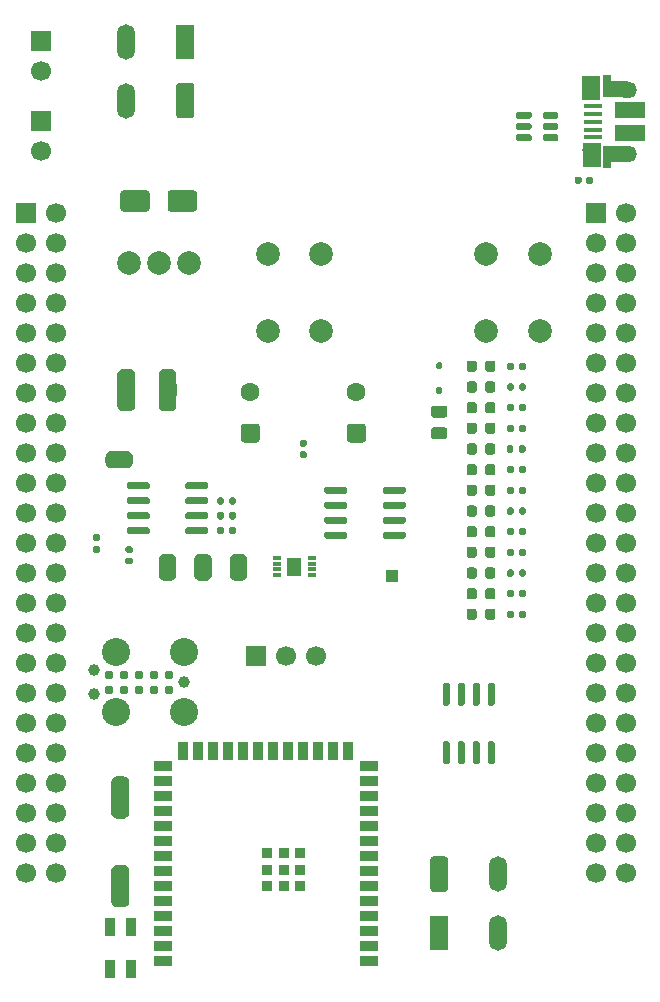
<source format=gts>
G04 #@! TF.GenerationSoftware,KiCad,Pcbnew,9.0.6+1*
G04 #@! TF.CreationDate,2025-11-29T18:55:14+00:00*
G04 #@! TF.ProjectId,com4bbb,636f6d34-6262-4622-9e6b-696361645f70,0.2*
G04 #@! TF.SameCoordinates,Original*
G04 #@! TF.FileFunction,Soldermask,Top*
G04 #@! TF.FilePolarity,Negative*
%FSLAX46Y46*%
G04 Gerber Fmt 4.6, Leading zero omitted, Abs format (unit mm)*
G04 Created by KiCad (PCBNEW 9.0.6+1) date 2025-11-29 18:55:14*
%MOMM*%
%LPD*%
G01*
G04 APERTURE LIST*
%ADD10R,1.700000X1.700000*%
%ADD11C,1.700000*%
%ADD12R,1.500000X3.000000*%
%ADD13O,1.500000X3.000000*%
%ADD14R,1.500000X1.000000*%
%ADD15C,2.000000*%
%ADD16R,0.850000X1.600000*%
%ADD17R,1.500000X0.900000*%
%ADD18R,0.900000X1.500000*%
%ADD19R,0.900000X0.900000*%
%ADD20C,2.374900*%
%ADD21C,0.990600*%
%ADD22C,0.787400*%
%ADD23C,1.600000*%
%ADD24R,1.000000X1.000000*%
%ADD25R,1.650000X0.400000*%
%ADD26R,0.700000X1.825000*%
%ADD27R,1.500000X2.000000*%
%ADD28R,2.000000X1.350000*%
%ADD29O,1.700000X1.350000*%
%ADD30O,1.500000X1.100000*%
%ADD31R,2.500000X1.430000*%
%ADD32R,0.750000X0.300000*%
%ADD33R,1.300000X1.500000*%
G04 APERTURE END LIST*
G36*
X124120100Y-78132400D02*
G01*
X125620100Y-78132400D01*
X125620100Y-76632400D01*
X124120100Y-76632400D01*
X124120100Y-78132400D01*
G37*
G36*
X129120100Y-76632400D02*
G01*
X127620100Y-76632400D01*
X127620100Y-78132400D01*
X129120100Y-78132400D01*
X129120100Y-76632400D01*
G37*
G36*
X123620100Y-120132400D02*
G01*
X125120100Y-120132400D01*
X125120100Y-118632400D01*
X123620100Y-118632400D01*
X123620100Y-120132400D01*
G37*
G36*
X123620100Y-112632400D02*
G01*
X125120100Y-112632400D01*
X125120100Y-111132400D01*
X123620100Y-111132400D01*
X123620100Y-112632400D01*
G37*
G36*
X129120100Y-92232400D02*
G01*
X127620100Y-92232400D01*
X127620100Y-92532400D01*
X129120100Y-92532400D01*
X129120100Y-92232400D01*
G37*
G36*
X135120100Y-92232400D02*
G01*
X133620100Y-92232400D01*
X133620100Y-92532400D01*
X135120100Y-92532400D01*
X135120100Y-92232400D01*
G37*
G36*
X132120100Y-92232400D02*
G01*
X130620100Y-92232400D01*
X130620100Y-92532400D01*
X132120100Y-92532400D01*
X132120100Y-92232400D01*
G37*
G36*
X124120100Y-82532400D02*
G01*
X124420100Y-82532400D01*
X124420100Y-84032400D01*
X124120100Y-84032400D01*
X124120100Y-82532400D01*
G37*
D10*
X164630100Y-62382400D03*
D11*
X167170100Y-62382400D03*
X164630100Y-64922400D03*
X167170100Y-64922400D03*
X164630100Y-67462400D03*
X167170100Y-67462400D03*
X164630100Y-70002400D03*
X167170100Y-70002400D03*
X164630100Y-72542400D03*
X167170100Y-72542400D03*
X164630100Y-75082400D03*
X167170100Y-75082400D03*
X164630100Y-77622400D03*
X167170100Y-77622400D03*
X164630100Y-80162400D03*
X167170100Y-80162400D03*
X164630100Y-82702400D03*
X167170100Y-82702400D03*
X164630100Y-85242400D03*
X167170100Y-85242400D03*
X164630100Y-87782400D03*
X167170100Y-87782400D03*
X164630100Y-90322400D03*
X167170100Y-90322400D03*
X164630100Y-92862400D03*
X167170100Y-92862400D03*
X164630100Y-95402400D03*
X167170100Y-95402400D03*
X164630100Y-97942400D03*
X167170100Y-97942400D03*
X164630100Y-100482400D03*
X167170100Y-100482400D03*
X164630100Y-103022400D03*
X167170100Y-103022400D03*
X164630100Y-105562400D03*
X167170100Y-105562400D03*
X164630100Y-108102400D03*
X167170100Y-108102400D03*
X164630100Y-110642400D03*
X167170100Y-110642400D03*
X164630100Y-113182400D03*
X167170100Y-113182400D03*
X164630100Y-115722400D03*
X167170100Y-115722400D03*
X164630100Y-118262400D03*
X167170100Y-118262400D03*
D10*
X116370100Y-62382400D03*
D11*
X118910100Y-62382400D03*
X116370100Y-64922400D03*
X118910100Y-64922400D03*
X116370100Y-67462400D03*
X118910100Y-67462400D03*
X116370100Y-70002400D03*
X118910100Y-70002400D03*
X116370100Y-72542400D03*
X118910100Y-72542400D03*
X116370100Y-75082400D03*
X118910100Y-75082400D03*
X116370100Y-77622400D03*
X118910100Y-77622400D03*
X116370100Y-80162400D03*
X118910100Y-80162400D03*
X116370100Y-82702400D03*
X118910100Y-82702400D03*
X116370100Y-85242400D03*
X118910100Y-85242400D03*
X116370100Y-87782400D03*
X118910100Y-87782400D03*
X116370100Y-90322400D03*
X118910100Y-90322400D03*
X116370100Y-92862400D03*
X118910100Y-92862400D03*
X116370100Y-95402400D03*
X118910100Y-95402400D03*
X116370100Y-97942400D03*
X118910100Y-97942400D03*
X116370100Y-100482400D03*
X118910100Y-100482400D03*
X116370100Y-103022400D03*
X118910100Y-103022400D03*
X116370100Y-105562400D03*
X118910100Y-105562400D03*
X116370100Y-108102400D03*
X118910100Y-108102400D03*
X116370100Y-110642400D03*
X118910100Y-110642400D03*
X116370100Y-113182400D03*
X118910100Y-113182400D03*
X116370100Y-115722400D03*
X118910100Y-115722400D03*
X116370100Y-118262400D03*
X118910100Y-118262400D03*
G36*
G01*
X124950100Y-90622400D02*
X125290100Y-90622400D01*
G75*
G02*
X125430100Y-90762400I0J-140000D01*
G01*
X125430100Y-91042400D01*
G75*
G02*
X125290100Y-91182400I-140000J0D01*
G01*
X124950100Y-91182400D01*
G75*
G02*
X124810100Y-91042400I0J140000D01*
G01*
X124810100Y-90762400D01*
G75*
G02*
X124950100Y-90622400I140000J0D01*
G01*
G37*
G36*
G01*
X124950100Y-91582400D02*
X125290100Y-91582400D01*
G75*
G02*
X125430100Y-91722400I0J-140000D01*
G01*
X125430100Y-92002400D01*
G75*
G02*
X125290100Y-92142400I-140000J0D01*
G01*
X124950100Y-92142400D01*
G75*
G02*
X124810100Y-92002400I0J140000D01*
G01*
X124810100Y-91722400D01*
G75*
G02*
X124950100Y-91582400I140000J0D01*
G01*
G37*
G36*
G01*
X150620100Y-119632399D02*
X150620100Y-117132401D01*
G75*
G02*
X150870101Y-116882400I250001J0D01*
G01*
X151870099Y-116882400D01*
G75*
G02*
X152120100Y-117132401I0J-250001D01*
G01*
X152120100Y-119632399D01*
G75*
G02*
X151870099Y-119882400I-250001J0D01*
G01*
X150870101Y-119882400D01*
G75*
G02*
X150620100Y-119632399I0J250001D01*
G01*
G37*
D12*
X151370100Y-123382400D03*
D13*
X156370100Y-118382400D03*
X156370100Y-123382400D03*
G36*
X125620100Y-78132400D02*
G01*
X125620100Y-78682400D01*
X125615822Y-78682400D01*
X125615822Y-78747663D01*
X125582040Y-78873742D01*
X125516777Y-78986781D01*
X125424481Y-79079077D01*
X125311442Y-79144340D01*
X125185363Y-79178122D01*
X125120100Y-79178122D01*
X125120100Y-79182400D01*
X124620100Y-79182400D01*
X124620100Y-79178122D01*
X124554837Y-79178122D01*
X124428758Y-79144340D01*
X124315719Y-79079077D01*
X124223423Y-78986781D01*
X124158160Y-78873742D01*
X124124378Y-78747663D01*
X124124378Y-78682400D01*
X124120100Y-78682400D01*
X124120100Y-78132400D01*
X125620100Y-78132400D01*
G37*
D14*
X124870100Y-77382400D03*
G36*
X124124378Y-76082400D02*
G01*
X124124378Y-76017137D01*
X124158160Y-75891058D01*
X124223423Y-75778019D01*
X124315719Y-75685723D01*
X124428758Y-75620460D01*
X124554837Y-75586678D01*
X124620100Y-75586678D01*
X124620100Y-75582400D01*
X125120100Y-75582400D01*
X125120100Y-75586678D01*
X125185363Y-75586678D01*
X125311442Y-75620460D01*
X125424481Y-75685723D01*
X125516777Y-75778019D01*
X125582040Y-75891058D01*
X125615822Y-76017137D01*
X125615822Y-76082400D01*
X125620100Y-76082400D01*
X125620100Y-76632400D01*
X124120100Y-76632400D01*
X124120100Y-76082400D01*
X124124378Y-76082400D01*
G37*
G36*
X127620100Y-76632400D02*
G01*
X127620100Y-76082400D01*
X127624378Y-76082400D01*
X127624378Y-76017137D01*
X127658160Y-75891058D01*
X127723423Y-75778019D01*
X127815719Y-75685723D01*
X127928758Y-75620460D01*
X128054837Y-75586678D01*
X128120100Y-75586678D01*
X128120100Y-75582400D01*
X128620100Y-75582400D01*
X128620100Y-75586678D01*
X128685363Y-75586678D01*
X128811442Y-75620460D01*
X128924481Y-75685723D01*
X129016777Y-75778019D01*
X129082040Y-75891058D01*
X129115822Y-76017137D01*
X129115822Y-76082400D01*
X129120100Y-76082400D01*
X129120100Y-76632400D01*
X127620100Y-76632400D01*
G37*
X128370100Y-77382400D03*
G36*
X129115822Y-78682400D02*
G01*
X129115822Y-78747663D01*
X129082040Y-78873742D01*
X129016777Y-78986781D01*
X128924481Y-79079077D01*
X128811442Y-79144340D01*
X128685363Y-79178122D01*
X128620100Y-79178122D01*
X128620100Y-79182400D01*
X128120100Y-79182400D01*
X128120100Y-79178122D01*
X128054837Y-79178122D01*
X127928758Y-79144340D01*
X127815719Y-79079077D01*
X127723423Y-78986781D01*
X127658160Y-78873742D01*
X127624378Y-78747663D01*
X127624378Y-78682400D01*
X127620100Y-78682400D01*
X127620100Y-78132400D01*
X129120100Y-78132400D01*
X129120100Y-78682400D01*
X129115822Y-78682400D01*
G37*
G36*
X125120100Y-120132400D02*
G01*
X125120100Y-120682400D01*
X125115822Y-120682400D01*
X125115822Y-120747663D01*
X125082040Y-120873742D01*
X125016777Y-120986781D01*
X124924481Y-121079077D01*
X124811442Y-121144340D01*
X124685363Y-121178122D01*
X124620100Y-121178122D01*
X124620100Y-121182400D01*
X124120100Y-121182400D01*
X124120100Y-121178122D01*
X124054837Y-121178122D01*
X123928758Y-121144340D01*
X123815719Y-121079077D01*
X123723423Y-120986781D01*
X123658160Y-120873742D01*
X123624378Y-120747663D01*
X123624378Y-120682400D01*
X123620100Y-120682400D01*
X123620100Y-120132400D01*
X125120100Y-120132400D01*
G37*
X124370100Y-119382400D03*
G36*
X123624378Y-118082400D02*
G01*
X123624378Y-118017137D01*
X123658160Y-117891058D01*
X123723423Y-117778019D01*
X123815719Y-117685723D01*
X123928758Y-117620460D01*
X124054837Y-117586678D01*
X124120100Y-117586678D01*
X124120100Y-117582400D01*
X124620100Y-117582400D01*
X124620100Y-117586678D01*
X124685363Y-117586678D01*
X124811442Y-117620460D01*
X124924481Y-117685723D01*
X125016777Y-117778019D01*
X125082040Y-117891058D01*
X125115822Y-118017137D01*
X125115822Y-118082400D01*
X125120100Y-118082400D01*
X125120100Y-118632400D01*
X123620100Y-118632400D01*
X123620100Y-118082400D01*
X123624378Y-118082400D01*
G37*
G36*
X125120100Y-112632400D02*
G01*
X125120100Y-113182400D01*
X125115822Y-113182400D01*
X125115822Y-113247663D01*
X125082040Y-113373742D01*
X125016777Y-113486781D01*
X124924481Y-113579077D01*
X124811442Y-113644340D01*
X124685363Y-113678122D01*
X124620100Y-113678122D01*
X124620100Y-113682400D01*
X124120100Y-113682400D01*
X124120100Y-113678122D01*
X124054837Y-113678122D01*
X123928758Y-113644340D01*
X123815719Y-113579077D01*
X123723423Y-113486781D01*
X123658160Y-113373742D01*
X123624378Y-113247663D01*
X123624378Y-113182400D01*
X123620100Y-113182400D01*
X123620100Y-112632400D01*
X125120100Y-112632400D01*
G37*
X124370100Y-111882400D03*
G36*
X123624378Y-110582400D02*
G01*
X123624378Y-110517137D01*
X123658160Y-110391058D01*
X123723423Y-110278019D01*
X123815719Y-110185723D01*
X123928758Y-110120460D01*
X124054837Y-110086678D01*
X124120100Y-110086678D01*
X124120100Y-110082400D01*
X124620100Y-110082400D01*
X124620100Y-110086678D01*
X124685363Y-110086678D01*
X124811442Y-110120460D01*
X124924481Y-110185723D01*
X125016777Y-110278019D01*
X125082040Y-110391058D01*
X125115822Y-110517137D01*
X125115822Y-110582400D01*
X125120100Y-110582400D01*
X125120100Y-111132400D01*
X123620100Y-111132400D01*
X123620100Y-110582400D01*
X123624378Y-110582400D01*
G37*
G36*
X127620100Y-92232400D02*
G01*
X127620100Y-91732400D01*
X127624378Y-91732400D01*
X127624378Y-91667137D01*
X127658160Y-91541058D01*
X127723423Y-91428019D01*
X127815719Y-91335723D01*
X127928758Y-91270460D01*
X128054837Y-91236678D01*
X128120100Y-91236678D01*
X128120100Y-91232400D01*
X128620100Y-91232400D01*
X128620100Y-91236678D01*
X128685363Y-91236678D01*
X128811442Y-91270460D01*
X128924481Y-91335723D01*
X129016777Y-91428019D01*
X129082040Y-91541058D01*
X129115822Y-91667137D01*
X129115822Y-91732400D01*
X129120100Y-91732400D01*
X129120100Y-92232400D01*
X127620100Y-92232400D01*
G37*
G36*
X129115822Y-93032400D02*
G01*
X129115822Y-93097663D01*
X129082040Y-93223742D01*
X129016777Y-93336781D01*
X128924481Y-93429077D01*
X128811442Y-93494340D01*
X128685363Y-93528122D01*
X128620100Y-93528122D01*
X128620100Y-93532400D01*
X128120100Y-93532400D01*
X128120100Y-93528122D01*
X128054837Y-93528122D01*
X127928758Y-93494340D01*
X127815719Y-93429077D01*
X127723423Y-93336781D01*
X127658160Y-93223742D01*
X127624378Y-93097663D01*
X127624378Y-93032400D01*
X127620100Y-93032400D01*
X127620100Y-92532400D01*
X129120100Y-92532400D01*
X129120100Y-93032400D01*
X129115822Y-93032400D01*
G37*
G36*
X133620100Y-92232400D02*
G01*
X133620100Y-91732400D01*
X133624378Y-91732400D01*
X133624378Y-91667137D01*
X133658160Y-91541058D01*
X133723423Y-91428019D01*
X133815719Y-91335723D01*
X133928758Y-91270460D01*
X134054837Y-91236678D01*
X134120100Y-91236678D01*
X134120100Y-91232400D01*
X134620100Y-91232400D01*
X134620100Y-91236678D01*
X134685363Y-91236678D01*
X134811442Y-91270460D01*
X134924481Y-91335723D01*
X135016777Y-91428019D01*
X135082040Y-91541058D01*
X135115822Y-91667137D01*
X135115822Y-91732400D01*
X135120100Y-91732400D01*
X135120100Y-92232400D01*
X133620100Y-92232400D01*
G37*
G36*
X135115822Y-93032400D02*
G01*
X135115822Y-93097663D01*
X135082040Y-93223742D01*
X135016777Y-93336781D01*
X134924481Y-93429077D01*
X134811442Y-93494340D01*
X134685363Y-93528122D01*
X134620100Y-93528122D01*
X134620100Y-93532400D01*
X134120100Y-93532400D01*
X134120100Y-93528122D01*
X134054837Y-93528122D01*
X133928758Y-93494340D01*
X133815719Y-93429077D01*
X133723423Y-93336781D01*
X133658160Y-93223742D01*
X133624378Y-93097663D01*
X133624378Y-93032400D01*
X133620100Y-93032400D01*
X133620100Y-92532400D01*
X135120100Y-92532400D01*
X135120100Y-93032400D01*
X135115822Y-93032400D01*
G37*
G36*
G01*
X157131100Y-75567400D02*
X157131100Y-75197400D01*
G75*
G02*
X157266100Y-75062400I135000J0D01*
G01*
X157536100Y-75062400D01*
G75*
G02*
X157671100Y-75197400I0J-135000D01*
G01*
X157671100Y-75567400D01*
G75*
G02*
X157536100Y-75702400I-135000J0D01*
G01*
X157266100Y-75702400D01*
G75*
G02*
X157131100Y-75567400I0J135000D01*
G01*
G37*
G36*
G01*
X158151100Y-75567400D02*
X158151100Y-75197400D01*
G75*
G02*
X158286100Y-75062400I135000J0D01*
G01*
X158556100Y-75062400D01*
G75*
G02*
X158691100Y-75197400I0J-135000D01*
G01*
X158691100Y-75567400D01*
G75*
G02*
X158556100Y-75702400I-135000J0D01*
G01*
X158286100Y-75702400D01*
G75*
G02*
X158151100Y-75567400I0J135000D01*
G01*
G37*
G36*
G01*
X157131100Y-77317400D02*
X157131100Y-76947400D01*
G75*
G02*
X157266100Y-76812400I135000J0D01*
G01*
X157536100Y-76812400D01*
G75*
G02*
X157671100Y-76947400I0J-135000D01*
G01*
X157671100Y-77317400D01*
G75*
G02*
X157536100Y-77452400I-135000J0D01*
G01*
X157266100Y-77452400D01*
G75*
G02*
X157131100Y-77317400I0J135000D01*
G01*
G37*
G36*
G01*
X158151100Y-77317400D02*
X158151100Y-76947400D01*
G75*
G02*
X158286100Y-76812400I135000J0D01*
G01*
X158556100Y-76812400D01*
G75*
G02*
X158691100Y-76947400I0J-135000D01*
G01*
X158691100Y-77317400D01*
G75*
G02*
X158556100Y-77452400I-135000J0D01*
G01*
X158286100Y-77452400D01*
G75*
G02*
X158151100Y-77317400I0J135000D01*
G01*
G37*
G36*
G01*
X157131100Y-80817400D02*
X157131100Y-80447400D01*
G75*
G02*
X157266100Y-80312400I135000J0D01*
G01*
X157536100Y-80312400D01*
G75*
G02*
X157671100Y-80447400I0J-135000D01*
G01*
X157671100Y-80817400D01*
G75*
G02*
X157536100Y-80952400I-135000J0D01*
G01*
X157266100Y-80952400D01*
G75*
G02*
X157131100Y-80817400I0J135000D01*
G01*
G37*
G36*
G01*
X158151100Y-80817400D02*
X158151100Y-80447400D01*
G75*
G02*
X158286100Y-80312400I135000J0D01*
G01*
X158556100Y-80312400D01*
G75*
G02*
X158691100Y-80447400I0J-135000D01*
G01*
X158691100Y-80817400D01*
G75*
G02*
X158556100Y-80952400I-135000J0D01*
G01*
X158286100Y-80952400D01*
G75*
G02*
X158151100Y-80817400I0J135000D01*
G01*
G37*
D15*
X155370100Y-72382400D03*
X155370100Y-65882400D03*
X159870100Y-72382400D03*
X159870100Y-65882400D03*
X136870100Y-72382400D03*
X136870100Y-65882400D03*
X141370100Y-72382400D03*
X141370100Y-65882400D03*
G36*
G01*
X131820100Y-89137400D02*
X131820100Y-89437400D01*
G75*
G02*
X131670100Y-89587400I-150000J0D01*
G01*
X130020100Y-89587400D01*
G75*
G02*
X129870100Y-89437400I0J150000D01*
G01*
X129870100Y-89137400D01*
G75*
G02*
X130020100Y-88987400I150000J0D01*
G01*
X131670100Y-88987400D01*
G75*
G02*
X131820100Y-89137400I0J-150000D01*
G01*
G37*
G36*
G01*
X131820100Y-87867400D02*
X131820100Y-88167400D01*
G75*
G02*
X131670100Y-88317400I-150000J0D01*
G01*
X130020100Y-88317400D01*
G75*
G02*
X129870100Y-88167400I0J150000D01*
G01*
X129870100Y-87867400D01*
G75*
G02*
X130020100Y-87717400I150000J0D01*
G01*
X131670100Y-87717400D01*
G75*
G02*
X131820100Y-87867400I0J-150000D01*
G01*
G37*
G36*
G01*
X131820100Y-86597400D02*
X131820100Y-86897400D01*
G75*
G02*
X131670100Y-87047400I-150000J0D01*
G01*
X130020100Y-87047400D01*
G75*
G02*
X129870100Y-86897400I0J150000D01*
G01*
X129870100Y-86597400D01*
G75*
G02*
X130020100Y-86447400I150000J0D01*
G01*
X131670100Y-86447400D01*
G75*
G02*
X131820100Y-86597400I0J-150000D01*
G01*
G37*
G36*
G01*
X131820100Y-85327400D02*
X131820100Y-85627400D01*
G75*
G02*
X131670100Y-85777400I-150000J0D01*
G01*
X130020100Y-85777400D01*
G75*
G02*
X129870100Y-85627400I0J150000D01*
G01*
X129870100Y-85327400D01*
G75*
G02*
X130020100Y-85177400I150000J0D01*
G01*
X131670100Y-85177400D01*
G75*
G02*
X131820100Y-85327400I0J-150000D01*
G01*
G37*
G36*
G01*
X126870100Y-85327400D02*
X126870100Y-85627400D01*
G75*
G02*
X126720100Y-85777400I-150000J0D01*
G01*
X125070100Y-85777400D01*
G75*
G02*
X124920100Y-85627400I0J150000D01*
G01*
X124920100Y-85327400D01*
G75*
G02*
X125070100Y-85177400I150000J0D01*
G01*
X126720100Y-85177400D01*
G75*
G02*
X126870100Y-85327400I0J-150000D01*
G01*
G37*
G36*
G01*
X126870100Y-86597400D02*
X126870100Y-86897400D01*
G75*
G02*
X126720100Y-87047400I-150000J0D01*
G01*
X125070100Y-87047400D01*
G75*
G02*
X124920100Y-86897400I0J150000D01*
G01*
X124920100Y-86597400D01*
G75*
G02*
X125070100Y-86447400I150000J0D01*
G01*
X126720100Y-86447400D01*
G75*
G02*
X126870100Y-86597400I0J-150000D01*
G01*
G37*
G36*
G01*
X126870100Y-87867400D02*
X126870100Y-88167400D01*
G75*
G02*
X126720100Y-88317400I-150000J0D01*
G01*
X125070100Y-88317400D01*
G75*
G02*
X124920100Y-88167400I0J150000D01*
G01*
X124920100Y-87867400D01*
G75*
G02*
X125070100Y-87717400I150000J0D01*
G01*
X126720100Y-87717400D01*
G75*
G02*
X126870100Y-87867400I0J-150000D01*
G01*
G37*
G36*
G01*
X126870100Y-89137400D02*
X126870100Y-89437400D01*
G75*
G02*
X126720100Y-89587400I-150000J0D01*
G01*
X125070100Y-89587400D01*
G75*
G02*
X124920100Y-89437400I0J150000D01*
G01*
X124920100Y-89137400D01*
G75*
G02*
X125070100Y-88987400I150000J0D01*
G01*
X126720100Y-88987400D01*
G75*
G02*
X126870100Y-89137400I0J-150000D01*
G01*
G37*
G36*
G01*
X156136100Y-75126150D02*
X156136100Y-75638650D01*
G75*
G02*
X155917350Y-75857400I-218750J0D01*
G01*
X155479850Y-75857400D01*
G75*
G02*
X155261100Y-75638650I0J218750D01*
G01*
X155261100Y-75126150D01*
G75*
G02*
X155479850Y-74907400I218750J0D01*
G01*
X155917350Y-74907400D01*
G75*
G02*
X156136100Y-75126150I0J-218750D01*
G01*
G37*
G36*
G01*
X154561100Y-75126150D02*
X154561100Y-75638650D01*
G75*
G02*
X154342350Y-75857400I-218750J0D01*
G01*
X153904850Y-75857400D01*
G75*
G02*
X153686100Y-75638650I0J218750D01*
G01*
X153686100Y-75126150D01*
G75*
G02*
X153904850Y-74907400I218750J0D01*
G01*
X154342350Y-74907400D01*
G75*
G02*
X154561100Y-75126150I0J-218750D01*
G01*
G37*
G36*
G01*
X156136100Y-76876150D02*
X156136100Y-77388650D01*
G75*
G02*
X155917350Y-77607400I-218750J0D01*
G01*
X155479850Y-77607400D01*
G75*
G02*
X155261100Y-77388650I0J218750D01*
G01*
X155261100Y-76876150D01*
G75*
G02*
X155479850Y-76657400I218750J0D01*
G01*
X155917350Y-76657400D01*
G75*
G02*
X156136100Y-76876150I0J-218750D01*
G01*
G37*
G36*
G01*
X154561100Y-76876150D02*
X154561100Y-77388650D01*
G75*
G02*
X154342350Y-77607400I-218750J0D01*
G01*
X153904850Y-77607400D01*
G75*
G02*
X153686100Y-77388650I0J218750D01*
G01*
X153686100Y-76876150D01*
G75*
G02*
X153904850Y-76657400I218750J0D01*
G01*
X154342350Y-76657400D01*
G75*
G02*
X154561100Y-76876150I0J-218750D01*
G01*
G37*
G36*
G01*
X156136100Y-78626150D02*
X156136100Y-79138650D01*
G75*
G02*
X155917350Y-79357400I-218750J0D01*
G01*
X155479850Y-79357400D01*
G75*
G02*
X155261100Y-79138650I0J218750D01*
G01*
X155261100Y-78626150D01*
G75*
G02*
X155479850Y-78407400I218750J0D01*
G01*
X155917350Y-78407400D01*
G75*
G02*
X156136100Y-78626150I0J-218750D01*
G01*
G37*
G36*
G01*
X154561100Y-78626150D02*
X154561100Y-79138650D01*
G75*
G02*
X154342350Y-79357400I-218750J0D01*
G01*
X153904850Y-79357400D01*
G75*
G02*
X153686100Y-79138650I0J218750D01*
G01*
X153686100Y-78626150D01*
G75*
G02*
X153904850Y-78407400I218750J0D01*
G01*
X154342350Y-78407400D01*
G75*
G02*
X154561100Y-78626150I0J-218750D01*
G01*
G37*
G36*
G01*
X156136100Y-80376150D02*
X156136100Y-80888650D01*
G75*
G02*
X155917350Y-81107400I-218750J0D01*
G01*
X155479850Y-81107400D01*
G75*
G02*
X155261100Y-80888650I0J218750D01*
G01*
X155261100Y-80376150D01*
G75*
G02*
X155479850Y-80157400I218750J0D01*
G01*
X155917350Y-80157400D01*
G75*
G02*
X156136100Y-80376150I0J-218750D01*
G01*
G37*
G36*
G01*
X154561100Y-80376150D02*
X154561100Y-80888650D01*
G75*
G02*
X154342350Y-81107400I-218750J0D01*
G01*
X153904850Y-81107400D01*
G75*
G02*
X153686100Y-80888650I0J218750D01*
G01*
X153686100Y-80376150D01*
G75*
G02*
X153904850Y-80157400I218750J0D01*
G01*
X154342350Y-80157400D01*
G75*
G02*
X154561100Y-80376150I0J-218750D01*
G01*
G37*
G36*
G01*
X156136100Y-82126150D02*
X156136100Y-82638650D01*
G75*
G02*
X155917350Y-82857400I-218750J0D01*
G01*
X155479850Y-82857400D01*
G75*
G02*
X155261100Y-82638650I0J218750D01*
G01*
X155261100Y-82126150D01*
G75*
G02*
X155479850Y-81907400I218750J0D01*
G01*
X155917350Y-81907400D01*
G75*
G02*
X156136100Y-82126150I0J-218750D01*
G01*
G37*
G36*
G01*
X154561100Y-82126150D02*
X154561100Y-82638650D01*
G75*
G02*
X154342350Y-82857400I-218750J0D01*
G01*
X153904850Y-82857400D01*
G75*
G02*
X153686100Y-82638650I0J218750D01*
G01*
X153686100Y-82126150D01*
G75*
G02*
X153904850Y-81907400I218750J0D01*
G01*
X154342350Y-81907400D01*
G75*
G02*
X154561100Y-82126150I0J-218750D01*
G01*
G37*
G36*
G01*
X156136100Y-83876150D02*
X156136100Y-84388650D01*
G75*
G02*
X155917350Y-84607400I-218750J0D01*
G01*
X155479850Y-84607400D01*
G75*
G02*
X155261100Y-84388650I0J218750D01*
G01*
X155261100Y-83876150D01*
G75*
G02*
X155479850Y-83657400I218750J0D01*
G01*
X155917350Y-83657400D01*
G75*
G02*
X156136100Y-83876150I0J-218750D01*
G01*
G37*
G36*
G01*
X154561100Y-83876150D02*
X154561100Y-84388650D01*
G75*
G02*
X154342350Y-84607400I-218750J0D01*
G01*
X153904850Y-84607400D01*
G75*
G02*
X153686100Y-84388650I0J218750D01*
G01*
X153686100Y-83876150D01*
G75*
G02*
X153904850Y-83657400I218750J0D01*
G01*
X154342350Y-83657400D01*
G75*
G02*
X154561100Y-83876150I0J-218750D01*
G01*
G37*
G36*
G01*
X156136100Y-85626150D02*
X156136100Y-86138650D01*
G75*
G02*
X155917350Y-86357400I-218750J0D01*
G01*
X155479850Y-86357400D01*
G75*
G02*
X155261100Y-86138650I0J218750D01*
G01*
X155261100Y-85626150D01*
G75*
G02*
X155479850Y-85407400I218750J0D01*
G01*
X155917350Y-85407400D01*
G75*
G02*
X156136100Y-85626150I0J-218750D01*
G01*
G37*
G36*
G01*
X154561100Y-85626150D02*
X154561100Y-86138650D01*
G75*
G02*
X154342350Y-86357400I-218750J0D01*
G01*
X153904850Y-86357400D01*
G75*
G02*
X153686100Y-86138650I0J218750D01*
G01*
X153686100Y-85626150D01*
G75*
G02*
X153904850Y-85407400I218750J0D01*
G01*
X154342350Y-85407400D01*
G75*
G02*
X154561100Y-85626150I0J-218750D01*
G01*
G37*
G36*
G01*
X156136100Y-87376150D02*
X156136100Y-87888650D01*
G75*
G02*
X155917350Y-88107400I-218750J0D01*
G01*
X155479850Y-88107400D01*
G75*
G02*
X155261100Y-87888650I0J218750D01*
G01*
X155261100Y-87376150D01*
G75*
G02*
X155479850Y-87157400I218750J0D01*
G01*
X155917350Y-87157400D01*
G75*
G02*
X156136100Y-87376150I0J-218750D01*
G01*
G37*
G36*
G01*
X154561100Y-87376150D02*
X154561100Y-87888650D01*
G75*
G02*
X154342350Y-88107400I-218750J0D01*
G01*
X153904850Y-88107400D01*
G75*
G02*
X153686100Y-87888650I0J218750D01*
G01*
X153686100Y-87376150D01*
G75*
G02*
X153904850Y-87157400I218750J0D01*
G01*
X154342350Y-87157400D01*
G75*
G02*
X154561100Y-87376150I0J-218750D01*
G01*
G37*
G36*
G01*
X156136100Y-89126150D02*
X156136100Y-89638650D01*
G75*
G02*
X155917350Y-89857400I-218750J0D01*
G01*
X155479850Y-89857400D01*
G75*
G02*
X155261100Y-89638650I0J218750D01*
G01*
X155261100Y-89126150D01*
G75*
G02*
X155479850Y-88907400I218750J0D01*
G01*
X155917350Y-88907400D01*
G75*
G02*
X156136100Y-89126150I0J-218750D01*
G01*
G37*
G36*
G01*
X154561100Y-89126150D02*
X154561100Y-89638650D01*
G75*
G02*
X154342350Y-89857400I-218750J0D01*
G01*
X153904850Y-89857400D01*
G75*
G02*
X153686100Y-89638650I0J218750D01*
G01*
X153686100Y-89126150D01*
G75*
G02*
X153904850Y-88907400I218750J0D01*
G01*
X154342350Y-88907400D01*
G75*
G02*
X154561100Y-89126150I0J-218750D01*
G01*
G37*
G36*
G01*
X156136100Y-90876150D02*
X156136100Y-91388650D01*
G75*
G02*
X155917350Y-91607400I-218750J0D01*
G01*
X155479850Y-91607400D01*
G75*
G02*
X155261100Y-91388650I0J218750D01*
G01*
X155261100Y-90876150D01*
G75*
G02*
X155479850Y-90657400I218750J0D01*
G01*
X155917350Y-90657400D01*
G75*
G02*
X156136100Y-90876150I0J-218750D01*
G01*
G37*
G36*
G01*
X154561100Y-90876150D02*
X154561100Y-91388650D01*
G75*
G02*
X154342350Y-91607400I-218750J0D01*
G01*
X153904850Y-91607400D01*
G75*
G02*
X153686100Y-91388650I0J218750D01*
G01*
X153686100Y-90876150D01*
G75*
G02*
X153904850Y-90657400I218750J0D01*
G01*
X154342350Y-90657400D01*
G75*
G02*
X154561100Y-90876150I0J-218750D01*
G01*
G37*
G36*
G01*
X156136100Y-92626150D02*
X156136100Y-93138650D01*
G75*
G02*
X155917350Y-93357400I-218750J0D01*
G01*
X155479850Y-93357400D01*
G75*
G02*
X155261100Y-93138650I0J218750D01*
G01*
X155261100Y-92626150D01*
G75*
G02*
X155479850Y-92407400I218750J0D01*
G01*
X155917350Y-92407400D01*
G75*
G02*
X156136100Y-92626150I0J-218750D01*
G01*
G37*
G36*
G01*
X154561100Y-92626150D02*
X154561100Y-93138650D01*
G75*
G02*
X154342350Y-93357400I-218750J0D01*
G01*
X153904850Y-93357400D01*
G75*
G02*
X153686100Y-93138650I0J218750D01*
G01*
X153686100Y-92626150D01*
G75*
G02*
X153904850Y-92407400I218750J0D01*
G01*
X154342350Y-92407400D01*
G75*
G02*
X154561100Y-92626150I0J-218750D01*
G01*
G37*
G36*
G01*
X156136100Y-94376150D02*
X156136100Y-94888650D01*
G75*
G02*
X155917350Y-95107400I-218750J0D01*
G01*
X155479850Y-95107400D01*
G75*
G02*
X155261100Y-94888650I0J218750D01*
G01*
X155261100Y-94376150D01*
G75*
G02*
X155479850Y-94157400I218750J0D01*
G01*
X155917350Y-94157400D01*
G75*
G02*
X156136100Y-94376150I0J-218750D01*
G01*
G37*
G36*
G01*
X154561100Y-94376150D02*
X154561100Y-94888650D01*
G75*
G02*
X154342350Y-95107400I-218750J0D01*
G01*
X153904850Y-95107400D01*
G75*
G02*
X153686100Y-94888650I0J218750D01*
G01*
X153686100Y-94376150D01*
G75*
G02*
X153904850Y-94157400I218750J0D01*
G01*
X154342350Y-94157400D01*
G75*
G02*
X154561100Y-94376150I0J-218750D01*
G01*
G37*
G36*
G01*
X156136100Y-96126150D02*
X156136100Y-96638650D01*
G75*
G02*
X155917350Y-96857400I-218750J0D01*
G01*
X155479850Y-96857400D01*
G75*
G02*
X155261100Y-96638650I0J218750D01*
G01*
X155261100Y-96126150D01*
G75*
G02*
X155479850Y-95907400I218750J0D01*
G01*
X155917350Y-95907400D01*
G75*
G02*
X156136100Y-96126150I0J-218750D01*
G01*
G37*
G36*
G01*
X154561100Y-96126150D02*
X154561100Y-96638650D01*
G75*
G02*
X154342350Y-96857400I-218750J0D01*
G01*
X153904850Y-96857400D01*
G75*
G02*
X153686100Y-96638650I0J218750D01*
G01*
X153686100Y-96126150D01*
G75*
G02*
X153904850Y-95907400I218750J0D01*
G01*
X154342350Y-95907400D01*
G75*
G02*
X154561100Y-96126150I0J-218750D01*
G01*
G37*
G36*
G01*
X157121100Y-82567400D02*
X157121100Y-82197400D01*
G75*
G02*
X157256100Y-82062400I135000J0D01*
G01*
X157526100Y-82062400D01*
G75*
G02*
X157661100Y-82197400I0J-135000D01*
G01*
X157661100Y-82567400D01*
G75*
G02*
X157526100Y-82702400I-135000J0D01*
G01*
X157256100Y-82702400D01*
G75*
G02*
X157121100Y-82567400I0J135000D01*
G01*
G37*
G36*
G01*
X158141100Y-82567400D02*
X158141100Y-82197400D01*
G75*
G02*
X158276100Y-82062400I135000J0D01*
G01*
X158546100Y-82062400D01*
G75*
G02*
X158681100Y-82197400I0J-135000D01*
G01*
X158681100Y-82567400D01*
G75*
G02*
X158546100Y-82702400I-135000J0D01*
G01*
X158276100Y-82702400D01*
G75*
G02*
X158141100Y-82567400I0J135000D01*
G01*
G37*
G36*
G01*
X157131100Y-84317400D02*
X157131100Y-83947400D01*
G75*
G02*
X157266100Y-83812400I135000J0D01*
G01*
X157536100Y-83812400D01*
G75*
G02*
X157671100Y-83947400I0J-135000D01*
G01*
X157671100Y-84317400D01*
G75*
G02*
X157536100Y-84452400I-135000J0D01*
G01*
X157266100Y-84452400D01*
G75*
G02*
X157131100Y-84317400I0J135000D01*
G01*
G37*
G36*
G01*
X158151100Y-84317400D02*
X158151100Y-83947400D01*
G75*
G02*
X158286100Y-83812400I135000J0D01*
G01*
X158556100Y-83812400D01*
G75*
G02*
X158691100Y-83947400I0J-135000D01*
G01*
X158691100Y-84317400D01*
G75*
G02*
X158556100Y-84452400I-135000J0D01*
G01*
X158286100Y-84452400D01*
G75*
G02*
X158151100Y-84317400I0J135000D01*
G01*
G37*
G36*
G01*
X157131100Y-86067400D02*
X157131100Y-85697400D01*
G75*
G02*
X157266100Y-85562400I135000J0D01*
G01*
X157536100Y-85562400D01*
G75*
G02*
X157671100Y-85697400I0J-135000D01*
G01*
X157671100Y-86067400D01*
G75*
G02*
X157536100Y-86202400I-135000J0D01*
G01*
X157266100Y-86202400D01*
G75*
G02*
X157131100Y-86067400I0J135000D01*
G01*
G37*
G36*
G01*
X158151100Y-86067400D02*
X158151100Y-85697400D01*
G75*
G02*
X158286100Y-85562400I135000J0D01*
G01*
X158556100Y-85562400D01*
G75*
G02*
X158691100Y-85697400I0J-135000D01*
G01*
X158691100Y-86067400D01*
G75*
G02*
X158556100Y-86202400I-135000J0D01*
G01*
X158286100Y-86202400D01*
G75*
G02*
X158151100Y-86067400I0J135000D01*
G01*
G37*
G36*
G01*
X157131100Y-87817400D02*
X157131100Y-87447400D01*
G75*
G02*
X157266100Y-87312400I135000J0D01*
G01*
X157536100Y-87312400D01*
G75*
G02*
X157671100Y-87447400I0J-135000D01*
G01*
X157671100Y-87817400D01*
G75*
G02*
X157536100Y-87952400I-135000J0D01*
G01*
X157266100Y-87952400D01*
G75*
G02*
X157131100Y-87817400I0J135000D01*
G01*
G37*
G36*
G01*
X158151100Y-87817400D02*
X158151100Y-87447400D01*
G75*
G02*
X158286100Y-87312400I135000J0D01*
G01*
X158556100Y-87312400D01*
G75*
G02*
X158691100Y-87447400I0J-135000D01*
G01*
X158691100Y-87817400D01*
G75*
G02*
X158556100Y-87952400I-135000J0D01*
G01*
X158286100Y-87952400D01*
G75*
G02*
X158151100Y-87817400I0J135000D01*
G01*
G37*
G36*
G01*
X157131100Y-89567400D02*
X157131100Y-89197400D01*
G75*
G02*
X157266100Y-89062400I135000J0D01*
G01*
X157536100Y-89062400D01*
G75*
G02*
X157671100Y-89197400I0J-135000D01*
G01*
X157671100Y-89567400D01*
G75*
G02*
X157536100Y-89702400I-135000J0D01*
G01*
X157266100Y-89702400D01*
G75*
G02*
X157131100Y-89567400I0J135000D01*
G01*
G37*
G36*
G01*
X158151100Y-89567400D02*
X158151100Y-89197400D01*
G75*
G02*
X158286100Y-89062400I135000J0D01*
G01*
X158556100Y-89062400D01*
G75*
G02*
X158691100Y-89197400I0J-135000D01*
G01*
X158691100Y-89567400D01*
G75*
G02*
X158556100Y-89702400I-135000J0D01*
G01*
X158286100Y-89702400D01*
G75*
G02*
X158151100Y-89567400I0J135000D01*
G01*
G37*
G36*
G01*
X157131100Y-91317400D02*
X157131100Y-90947400D01*
G75*
G02*
X157266100Y-90812400I135000J0D01*
G01*
X157536100Y-90812400D01*
G75*
G02*
X157671100Y-90947400I0J-135000D01*
G01*
X157671100Y-91317400D01*
G75*
G02*
X157536100Y-91452400I-135000J0D01*
G01*
X157266100Y-91452400D01*
G75*
G02*
X157131100Y-91317400I0J135000D01*
G01*
G37*
G36*
G01*
X158151100Y-91317400D02*
X158151100Y-90947400D01*
G75*
G02*
X158286100Y-90812400I135000J0D01*
G01*
X158556100Y-90812400D01*
G75*
G02*
X158691100Y-90947400I0J-135000D01*
G01*
X158691100Y-91317400D01*
G75*
G02*
X158556100Y-91452400I-135000J0D01*
G01*
X158286100Y-91452400D01*
G75*
G02*
X158151100Y-91317400I0J135000D01*
G01*
G37*
G36*
G01*
X157131100Y-93067400D02*
X157131100Y-92697400D01*
G75*
G02*
X157266100Y-92562400I135000J0D01*
G01*
X157536100Y-92562400D01*
G75*
G02*
X157671100Y-92697400I0J-135000D01*
G01*
X157671100Y-93067400D01*
G75*
G02*
X157536100Y-93202400I-135000J0D01*
G01*
X157266100Y-93202400D01*
G75*
G02*
X157131100Y-93067400I0J135000D01*
G01*
G37*
G36*
G01*
X158151100Y-93067400D02*
X158151100Y-92697400D01*
G75*
G02*
X158286100Y-92562400I135000J0D01*
G01*
X158556100Y-92562400D01*
G75*
G02*
X158691100Y-92697400I0J-135000D01*
G01*
X158691100Y-93067400D01*
G75*
G02*
X158556100Y-93202400I-135000J0D01*
G01*
X158286100Y-93202400D01*
G75*
G02*
X158151100Y-93067400I0J135000D01*
G01*
G37*
G36*
G01*
X157131100Y-94817400D02*
X157131100Y-94447400D01*
G75*
G02*
X157266100Y-94312400I135000J0D01*
G01*
X157536100Y-94312400D01*
G75*
G02*
X157671100Y-94447400I0J-135000D01*
G01*
X157671100Y-94817400D01*
G75*
G02*
X157536100Y-94952400I-135000J0D01*
G01*
X157266100Y-94952400D01*
G75*
G02*
X157131100Y-94817400I0J135000D01*
G01*
G37*
G36*
G01*
X158151100Y-94817400D02*
X158151100Y-94447400D01*
G75*
G02*
X158286100Y-94312400I135000J0D01*
G01*
X158556100Y-94312400D01*
G75*
G02*
X158691100Y-94447400I0J-135000D01*
G01*
X158691100Y-94817400D01*
G75*
G02*
X158556100Y-94952400I-135000J0D01*
G01*
X158286100Y-94952400D01*
G75*
G02*
X158151100Y-94817400I0J135000D01*
G01*
G37*
G36*
G01*
X157131100Y-96567400D02*
X157131100Y-96197400D01*
G75*
G02*
X157266100Y-96062400I135000J0D01*
G01*
X157536100Y-96062400D01*
G75*
G02*
X157671100Y-96197400I0J-135000D01*
G01*
X157671100Y-96567400D01*
G75*
G02*
X157536100Y-96702400I-135000J0D01*
G01*
X157266100Y-96702400D01*
G75*
G02*
X157131100Y-96567400I0J135000D01*
G01*
G37*
G36*
G01*
X158151100Y-96567400D02*
X158151100Y-96197400D01*
G75*
G02*
X158286100Y-96062400I135000J0D01*
G01*
X158556100Y-96062400D01*
G75*
G02*
X158691100Y-96197400I0J-135000D01*
G01*
X158691100Y-96567400D01*
G75*
G02*
X158556100Y-96702400I-135000J0D01*
G01*
X158286100Y-96702400D01*
G75*
G02*
X158151100Y-96567400I0J135000D01*
G01*
G37*
G36*
G01*
X134140100Y-86597400D02*
X134140100Y-86967400D01*
G75*
G02*
X134005100Y-87102400I-135000J0D01*
G01*
X133735100Y-87102400D01*
G75*
G02*
X133600100Y-86967400I0J135000D01*
G01*
X133600100Y-86597400D01*
G75*
G02*
X133735100Y-86462400I135000J0D01*
G01*
X134005100Y-86462400D01*
G75*
G02*
X134140100Y-86597400I0J-135000D01*
G01*
G37*
G36*
G01*
X133120100Y-86597400D02*
X133120100Y-86967400D01*
G75*
G02*
X132985100Y-87102400I-135000J0D01*
G01*
X132715100Y-87102400D01*
G75*
G02*
X132580100Y-86967400I0J135000D01*
G01*
X132580100Y-86597400D01*
G75*
G02*
X132715100Y-86462400I135000J0D01*
G01*
X132985100Y-86462400D01*
G75*
G02*
X133120100Y-86597400I0J-135000D01*
G01*
G37*
G36*
G01*
X134140100Y-87847400D02*
X134140100Y-88217400D01*
G75*
G02*
X134005100Y-88352400I-135000J0D01*
G01*
X133735100Y-88352400D01*
G75*
G02*
X133600100Y-88217400I0J135000D01*
G01*
X133600100Y-87847400D01*
G75*
G02*
X133735100Y-87712400I135000J0D01*
G01*
X134005100Y-87712400D01*
G75*
G02*
X134140100Y-87847400I0J-135000D01*
G01*
G37*
G36*
G01*
X133120100Y-87847400D02*
X133120100Y-88217400D01*
G75*
G02*
X132985100Y-88352400I-135000J0D01*
G01*
X132715100Y-88352400D01*
G75*
G02*
X132580100Y-88217400I0J135000D01*
G01*
X132580100Y-87847400D01*
G75*
G02*
X132715100Y-87712400I135000J0D01*
G01*
X132985100Y-87712400D01*
G75*
G02*
X133120100Y-87847400I0J-135000D01*
G01*
G37*
G36*
G01*
X134150100Y-89097400D02*
X134150100Y-89467400D01*
G75*
G02*
X134015100Y-89602400I-135000J0D01*
G01*
X133745100Y-89602400D01*
G75*
G02*
X133610100Y-89467400I0J135000D01*
G01*
X133610100Y-89097400D01*
G75*
G02*
X133745100Y-88962400I135000J0D01*
G01*
X134015100Y-88962400D01*
G75*
G02*
X134150100Y-89097400I0J-135000D01*
G01*
G37*
G36*
G01*
X133130100Y-89097400D02*
X133130100Y-89467400D01*
G75*
G02*
X132995100Y-89602400I-135000J0D01*
G01*
X132725100Y-89602400D01*
G75*
G02*
X132590100Y-89467400I0J135000D01*
G01*
X132590100Y-89097400D01*
G75*
G02*
X132725100Y-88962400I135000J0D01*
G01*
X132995100Y-88962400D01*
G75*
G02*
X133130100Y-89097400I0J-135000D01*
G01*
G37*
G36*
G01*
X122555100Y-91162400D02*
X122185100Y-91162400D01*
G75*
G02*
X122050100Y-91027400I0J135000D01*
G01*
X122050100Y-90757400D01*
G75*
G02*
X122185100Y-90622400I135000J0D01*
G01*
X122555100Y-90622400D01*
G75*
G02*
X122690100Y-90757400I0J-135000D01*
G01*
X122690100Y-91027400D01*
G75*
G02*
X122555100Y-91162400I-135000J0D01*
G01*
G37*
G36*
G01*
X122555100Y-90142400D02*
X122185100Y-90142400D01*
G75*
G02*
X122050100Y-90007400I0J135000D01*
G01*
X122050100Y-89737400D01*
G75*
G02*
X122185100Y-89602400I135000J0D01*
G01*
X122555100Y-89602400D01*
G75*
G02*
X122690100Y-89737400I0J-135000D01*
G01*
X122690100Y-90007400D01*
G75*
G02*
X122555100Y-90142400I-135000J0D01*
G01*
G37*
G36*
G01*
X157131100Y-79067400D02*
X157131100Y-78697400D01*
G75*
G02*
X157266100Y-78562400I135000J0D01*
G01*
X157536100Y-78562400D01*
G75*
G02*
X157671100Y-78697400I0J-135000D01*
G01*
X157671100Y-79067400D01*
G75*
G02*
X157536100Y-79202400I-135000J0D01*
G01*
X157266100Y-79202400D01*
G75*
G02*
X157131100Y-79067400I0J135000D01*
G01*
G37*
G36*
G01*
X158151100Y-79067400D02*
X158151100Y-78697400D01*
G75*
G02*
X158286100Y-78562400I135000J0D01*
G01*
X158556100Y-78562400D01*
G75*
G02*
X158691100Y-78697400I0J-135000D01*
G01*
X158691100Y-79067400D01*
G75*
G02*
X158556100Y-79202400I-135000J0D01*
G01*
X158286100Y-79202400D01*
G75*
G02*
X158151100Y-79067400I0J135000D01*
G01*
G37*
G36*
X130620100Y-92232400D02*
G01*
X130620100Y-91732400D01*
X130624378Y-91732400D01*
X130624378Y-91667137D01*
X130658160Y-91541058D01*
X130723423Y-91428019D01*
X130815719Y-91335723D01*
X130928758Y-91270460D01*
X131054837Y-91236678D01*
X131120100Y-91236678D01*
X131120100Y-91232400D01*
X131620100Y-91232400D01*
X131620100Y-91236678D01*
X131685363Y-91236678D01*
X131811442Y-91270460D01*
X131924481Y-91335723D01*
X132016777Y-91428019D01*
X132082040Y-91541058D01*
X132115822Y-91667137D01*
X132115822Y-91732400D01*
X132120100Y-91732400D01*
X132120100Y-92232400D01*
X130620100Y-92232400D01*
G37*
G36*
X132115822Y-93032400D02*
G01*
X132115822Y-93097663D01*
X132082040Y-93223742D01*
X132016777Y-93336781D01*
X131924481Y-93429077D01*
X131811442Y-93494340D01*
X131685363Y-93528122D01*
X131620100Y-93528122D01*
X131620100Y-93532400D01*
X131120100Y-93532400D01*
X131120100Y-93528122D01*
X131054837Y-93528122D01*
X130928758Y-93494340D01*
X130815719Y-93429077D01*
X130723423Y-93336781D01*
X130658160Y-93223742D01*
X130624378Y-93097663D01*
X130624378Y-93032400D01*
X130620100Y-93032400D01*
X130620100Y-92532400D01*
X132120100Y-92532400D01*
X132120100Y-93032400D01*
X132115822Y-93032400D01*
G37*
G36*
G01*
X155625100Y-102182400D02*
X155925100Y-102182400D01*
G75*
G02*
X156075100Y-102332400I0J-150000D01*
G01*
X156075100Y-103982400D01*
G75*
G02*
X155925100Y-104132400I-150000J0D01*
G01*
X155625100Y-104132400D01*
G75*
G02*
X155475100Y-103982400I0J150000D01*
G01*
X155475100Y-102332400D01*
G75*
G02*
X155625100Y-102182400I150000J0D01*
G01*
G37*
G36*
G01*
X154355100Y-102182400D02*
X154655100Y-102182400D01*
G75*
G02*
X154805100Y-102332400I0J-150000D01*
G01*
X154805100Y-103982400D01*
G75*
G02*
X154655100Y-104132400I-150000J0D01*
G01*
X154355100Y-104132400D01*
G75*
G02*
X154205100Y-103982400I0J150000D01*
G01*
X154205100Y-102332400D01*
G75*
G02*
X154355100Y-102182400I150000J0D01*
G01*
G37*
G36*
G01*
X153085100Y-102182400D02*
X153385100Y-102182400D01*
G75*
G02*
X153535100Y-102332400I0J-150000D01*
G01*
X153535100Y-103982400D01*
G75*
G02*
X153385100Y-104132400I-150000J0D01*
G01*
X153085100Y-104132400D01*
G75*
G02*
X152935100Y-103982400I0J150000D01*
G01*
X152935100Y-102332400D01*
G75*
G02*
X153085100Y-102182400I150000J0D01*
G01*
G37*
G36*
G01*
X151815100Y-102182400D02*
X152115100Y-102182400D01*
G75*
G02*
X152265100Y-102332400I0J-150000D01*
G01*
X152265100Y-103982400D01*
G75*
G02*
X152115100Y-104132400I-150000J0D01*
G01*
X151815100Y-104132400D01*
G75*
G02*
X151665100Y-103982400I0J150000D01*
G01*
X151665100Y-102332400D01*
G75*
G02*
X151815100Y-102182400I150000J0D01*
G01*
G37*
G36*
G01*
X151815100Y-107132400D02*
X152115100Y-107132400D01*
G75*
G02*
X152265100Y-107282400I0J-150000D01*
G01*
X152265100Y-108932400D01*
G75*
G02*
X152115100Y-109082400I-150000J0D01*
G01*
X151815100Y-109082400D01*
G75*
G02*
X151665100Y-108932400I0J150000D01*
G01*
X151665100Y-107282400D01*
G75*
G02*
X151815100Y-107132400I150000J0D01*
G01*
G37*
G36*
G01*
X153085100Y-107132400D02*
X153385100Y-107132400D01*
G75*
G02*
X153535100Y-107282400I0J-150000D01*
G01*
X153535100Y-108932400D01*
G75*
G02*
X153385100Y-109082400I-150000J0D01*
G01*
X153085100Y-109082400D01*
G75*
G02*
X152935100Y-108932400I0J150000D01*
G01*
X152935100Y-107282400D01*
G75*
G02*
X153085100Y-107132400I150000J0D01*
G01*
G37*
G36*
G01*
X154355100Y-107132400D02*
X154655100Y-107132400D01*
G75*
G02*
X154805100Y-107282400I0J-150000D01*
G01*
X154805100Y-108932400D01*
G75*
G02*
X154655100Y-109082400I-150000J0D01*
G01*
X154355100Y-109082400D01*
G75*
G02*
X154205100Y-108932400I0J150000D01*
G01*
X154205100Y-107282400D01*
G75*
G02*
X154355100Y-107132400I150000J0D01*
G01*
G37*
G36*
G01*
X155625100Y-107132400D02*
X155925100Y-107132400D01*
G75*
G02*
X156075100Y-107282400I0J-150000D01*
G01*
X156075100Y-108932400D01*
G75*
G02*
X155925100Y-109082400I-150000J0D01*
G01*
X155625100Y-109082400D01*
G75*
G02*
X155475100Y-108932400I0J150000D01*
G01*
X155475100Y-107282400D01*
G75*
G02*
X155625100Y-107132400I150000J0D01*
G01*
G37*
G36*
G01*
X130620100Y-51632401D02*
X130620100Y-54132399D01*
G75*
G02*
X130370099Y-54382400I-250001J0D01*
G01*
X129370101Y-54382400D01*
G75*
G02*
X129120100Y-54132399I0J250001D01*
G01*
X129120100Y-51632401D01*
G75*
G02*
X129370101Y-51382400I250001J0D01*
G01*
X130370099Y-51382400D01*
G75*
G02*
X130620100Y-51632401I0J-250001D01*
G01*
G37*
D12*
X129870100Y-47882400D03*
D13*
X124870100Y-52882400D03*
X124870100Y-47882400D03*
D15*
X130160100Y-66632400D03*
X127620100Y-66632400D03*
X125080100Y-66632400D03*
G36*
G01*
X130870100Y-60732400D02*
X130870100Y-62032400D01*
G75*
G02*
X130620100Y-62282400I-250000J0D01*
G01*
X128620100Y-62282400D01*
G75*
G02*
X128370100Y-62032400I0J250000D01*
G01*
X128370100Y-60732400D01*
G75*
G02*
X128620100Y-60482400I250000J0D01*
G01*
X130620100Y-60482400D01*
G75*
G02*
X130870100Y-60732400I0J-250000D01*
G01*
G37*
G36*
G01*
X126870100Y-60732400D02*
X126870100Y-62032400D01*
G75*
G02*
X126620100Y-62282400I-250000J0D01*
G01*
X124620100Y-62282400D01*
G75*
G02*
X124370100Y-62032400I0J250000D01*
G01*
X124370100Y-60732400D01*
G75*
G02*
X124620100Y-60482400I250000J0D01*
G01*
X126620100Y-60482400D01*
G75*
G02*
X126870100Y-60732400I0J-250000D01*
G01*
G37*
G36*
G01*
X157870100Y-54282400D02*
X157870100Y-53982400D01*
G75*
G02*
X158020100Y-53832400I150000J0D01*
G01*
X159045100Y-53832400D01*
G75*
G02*
X159195100Y-53982400I0J-150000D01*
G01*
X159195100Y-54282400D01*
G75*
G02*
X159045100Y-54432400I-150000J0D01*
G01*
X158020100Y-54432400D01*
G75*
G02*
X157870100Y-54282400I0J150000D01*
G01*
G37*
G36*
G01*
X157870100Y-55232400D02*
X157870100Y-54932400D01*
G75*
G02*
X158020100Y-54782400I150000J0D01*
G01*
X159045100Y-54782400D01*
G75*
G02*
X159195100Y-54932400I0J-150000D01*
G01*
X159195100Y-55232400D01*
G75*
G02*
X159045100Y-55382400I-150000J0D01*
G01*
X158020100Y-55382400D01*
G75*
G02*
X157870100Y-55232400I0J150000D01*
G01*
G37*
G36*
G01*
X157870100Y-56182400D02*
X157870100Y-55882400D01*
G75*
G02*
X158020100Y-55732400I150000J0D01*
G01*
X159045100Y-55732400D01*
G75*
G02*
X159195100Y-55882400I0J-150000D01*
G01*
X159195100Y-56182400D01*
G75*
G02*
X159045100Y-56332400I-150000J0D01*
G01*
X158020100Y-56332400D01*
G75*
G02*
X157870100Y-56182400I0J150000D01*
G01*
G37*
G36*
G01*
X160145100Y-56182400D02*
X160145100Y-55882400D01*
G75*
G02*
X160295100Y-55732400I150000J0D01*
G01*
X161320100Y-55732400D01*
G75*
G02*
X161470100Y-55882400I0J-150000D01*
G01*
X161470100Y-56182400D01*
G75*
G02*
X161320100Y-56332400I-150000J0D01*
G01*
X160295100Y-56332400D01*
G75*
G02*
X160145100Y-56182400I0J150000D01*
G01*
G37*
G36*
G01*
X160145100Y-55232400D02*
X160145100Y-54932400D01*
G75*
G02*
X160295100Y-54782400I150000J0D01*
G01*
X161320100Y-54782400D01*
G75*
G02*
X161470100Y-54932400I0J-150000D01*
G01*
X161470100Y-55232400D01*
G75*
G02*
X161320100Y-55382400I-150000J0D01*
G01*
X160295100Y-55382400D01*
G75*
G02*
X160145100Y-55232400I0J150000D01*
G01*
G37*
G36*
G01*
X160145100Y-54282400D02*
X160145100Y-53982400D01*
G75*
G02*
X160295100Y-53832400I150000J0D01*
G01*
X161320100Y-53832400D01*
G75*
G02*
X161470100Y-53982400I0J-150000D01*
G01*
X161470100Y-54282400D01*
G75*
G02*
X161320100Y-54432400I-150000J0D01*
G01*
X160295100Y-54432400D01*
G75*
G02*
X160145100Y-54282400I0J150000D01*
G01*
G37*
D16*
X123495100Y-126382400D03*
X125245100Y-126382400D03*
X125245100Y-122882400D03*
X123495100Y-122882400D03*
D17*
X145450000Y-125720000D03*
X145450000Y-124450000D03*
X145450000Y-123180000D03*
X145450000Y-121910000D03*
X145450000Y-120640000D03*
X145450000Y-119370000D03*
X145450000Y-118100000D03*
X145450000Y-116830000D03*
X145450000Y-115560000D03*
X145450000Y-114290000D03*
X145450000Y-113020000D03*
X145450000Y-111750000D03*
X145450000Y-110480000D03*
X145450000Y-109210000D03*
D18*
X143685000Y-107960000D03*
X142415000Y-107960000D03*
X141145000Y-107960000D03*
X139875000Y-107960000D03*
X138605000Y-107960000D03*
X137335000Y-107960000D03*
X136065000Y-107960000D03*
X134795000Y-107960000D03*
X133525000Y-107960000D03*
X132255000Y-107960000D03*
X130985000Y-107960000D03*
X129715000Y-107960000D03*
D17*
X127950000Y-109210000D03*
X127950000Y-110480000D03*
X127950000Y-111750000D03*
X127950000Y-113020000D03*
X127950000Y-114290000D03*
X127950000Y-115560000D03*
X127950000Y-116830000D03*
X127950000Y-118100000D03*
X127950000Y-119370000D03*
X127950000Y-120640000D03*
X127950000Y-121910000D03*
X127950000Y-123180000D03*
X127950000Y-124450000D03*
X127950000Y-125720000D03*
D19*
X139600000Y-119400000D03*
X139600000Y-118000000D03*
X139600000Y-116600000D03*
X138200000Y-119400000D03*
X138200000Y-118000000D03*
X138200000Y-116600000D03*
X136800000Y-119400000D03*
X136800000Y-118000000D03*
X136800000Y-116600000D03*
G36*
G01*
X164400100Y-59459900D02*
X164400100Y-59804900D01*
G75*
G02*
X164252600Y-59952400I-147500J0D01*
G01*
X163957600Y-59952400D01*
G75*
G02*
X163810100Y-59804900I0J147500D01*
G01*
X163810100Y-59459900D01*
G75*
G02*
X163957600Y-59312400I147500J0D01*
G01*
X164252600Y-59312400D01*
G75*
G02*
X164400100Y-59459900I0J-147500D01*
G01*
G37*
G36*
G01*
X163430100Y-59459900D02*
X163430100Y-59804900D01*
G75*
G02*
X163282600Y-59952400I-147500J0D01*
G01*
X162987600Y-59952400D01*
G75*
G02*
X162840100Y-59804900I0J147500D01*
G01*
X162840100Y-59459900D01*
G75*
G02*
X162987600Y-59312400I147500J0D01*
G01*
X163282600Y-59312400D01*
G75*
G02*
X163430100Y-59459900I0J-147500D01*
G01*
G37*
G36*
G01*
X148545100Y-89542400D02*
X148545100Y-89842400D01*
G75*
G02*
X148395100Y-89992400I-150000J0D01*
G01*
X146745100Y-89992400D01*
G75*
G02*
X146595100Y-89842400I0J150000D01*
G01*
X146595100Y-89542400D01*
G75*
G02*
X146745100Y-89392400I150000J0D01*
G01*
X148395100Y-89392400D01*
G75*
G02*
X148545100Y-89542400I0J-150000D01*
G01*
G37*
G36*
G01*
X148545100Y-88272400D02*
X148545100Y-88572400D01*
G75*
G02*
X148395100Y-88722400I-150000J0D01*
G01*
X146745100Y-88722400D01*
G75*
G02*
X146595100Y-88572400I0J150000D01*
G01*
X146595100Y-88272400D01*
G75*
G02*
X146745100Y-88122400I150000J0D01*
G01*
X148395100Y-88122400D01*
G75*
G02*
X148545100Y-88272400I0J-150000D01*
G01*
G37*
G36*
G01*
X148545100Y-87002400D02*
X148545100Y-87302400D01*
G75*
G02*
X148395100Y-87452400I-150000J0D01*
G01*
X146745100Y-87452400D01*
G75*
G02*
X146595100Y-87302400I0J150000D01*
G01*
X146595100Y-87002400D01*
G75*
G02*
X146745100Y-86852400I150000J0D01*
G01*
X148395100Y-86852400D01*
G75*
G02*
X148545100Y-87002400I0J-150000D01*
G01*
G37*
G36*
G01*
X148545100Y-85732400D02*
X148545100Y-86032400D01*
G75*
G02*
X148395100Y-86182400I-150000J0D01*
G01*
X146745100Y-86182400D01*
G75*
G02*
X146595100Y-86032400I0J150000D01*
G01*
X146595100Y-85732400D01*
G75*
G02*
X146745100Y-85582400I150000J0D01*
G01*
X148395100Y-85582400D01*
G75*
G02*
X148545100Y-85732400I0J-150000D01*
G01*
G37*
G36*
G01*
X143595100Y-85732400D02*
X143595100Y-86032400D01*
G75*
G02*
X143445100Y-86182400I-150000J0D01*
G01*
X141795100Y-86182400D01*
G75*
G02*
X141645100Y-86032400I0J150000D01*
G01*
X141645100Y-85732400D01*
G75*
G02*
X141795100Y-85582400I150000J0D01*
G01*
X143445100Y-85582400D01*
G75*
G02*
X143595100Y-85732400I0J-150000D01*
G01*
G37*
G36*
G01*
X143595100Y-87002400D02*
X143595100Y-87302400D01*
G75*
G02*
X143445100Y-87452400I-150000J0D01*
G01*
X141795100Y-87452400D01*
G75*
G02*
X141645100Y-87302400I0J150000D01*
G01*
X141645100Y-87002400D01*
G75*
G02*
X141795100Y-86852400I150000J0D01*
G01*
X143445100Y-86852400D01*
G75*
G02*
X143595100Y-87002400I0J-150000D01*
G01*
G37*
G36*
G01*
X143595100Y-88272400D02*
X143595100Y-88572400D01*
G75*
G02*
X143445100Y-88722400I-150000J0D01*
G01*
X141795100Y-88722400D01*
G75*
G02*
X141645100Y-88572400I0J150000D01*
G01*
X141645100Y-88272400D01*
G75*
G02*
X141795100Y-88122400I150000J0D01*
G01*
X143445100Y-88122400D01*
G75*
G02*
X143595100Y-88272400I0J-150000D01*
G01*
G37*
G36*
G01*
X143595100Y-89542400D02*
X143595100Y-89842400D01*
G75*
G02*
X143445100Y-89992400I-150000J0D01*
G01*
X141795100Y-89992400D01*
G75*
G02*
X141645100Y-89842400I0J150000D01*
G01*
X141645100Y-89542400D01*
G75*
G02*
X141795100Y-89392400I150000J0D01*
G01*
X143445100Y-89392400D01*
G75*
G02*
X143595100Y-89542400I0J-150000D01*
G01*
G37*
G36*
G01*
X150920100Y-78707400D02*
X151820100Y-78707400D01*
G75*
G02*
X152070100Y-78957400I0J-250000D01*
G01*
X152070100Y-79482400D01*
G75*
G02*
X151820100Y-79732400I-250000J0D01*
G01*
X150920100Y-79732400D01*
G75*
G02*
X150670100Y-79482400I0J250000D01*
G01*
X150670100Y-78957400D01*
G75*
G02*
X150920100Y-78707400I250000J0D01*
G01*
G37*
G36*
G01*
X150920100Y-80532400D02*
X151820100Y-80532400D01*
G75*
G02*
X152070100Y-80782400I0J-250000D01*
G01*
X152070100Y-81307400D01*
G75*
G02*
X151820100Y-81557400I-250000J0D01*
G01*
X150920100Y-81557400D01*
G75*
G02*
X150670100Y-81307400I0J250000D01*
G01*
X150670100Y-80782400D01*
G75*
G02*
X150920100Y-80532400I250000J0D01*
G01*
G37*
D20*
X129740100Y-104688400D03*
D21*
X129740100Y-102148400D03*
D20*
X129740100Y-99608400D03*
X124025100Y-104688400D03*
X124025100Y-99608400D03*
D21*
X122120100Y-103164400D03*
X122120100Y-101132400D03*
D22*
X128470100Y-101513400D03*
X127200100Y-101513400D03*
X125930100Y-101513400D03*
X124660100Y-101513400D03*
X123390100Y-101513400D03*
X123390100Y-102783400D03*
X124660100Y-102783400D03*
X125930100Y-102783400D03*
X127200100Y-102783400D03*
X128470100Y-102783400D03*
G36*
G01*
X135920100Y-81835051D02*
X134820100Y-81835051D01*
G75*
G02*
X134570100Y-81585051I0J250000D01*
G01*
X134570100Y-80485051D01*
G75*
G02*
X134820100Y-80235051I250000J0D01*
G01*
X135920100Y-80235051D01*
G75*
G02*
X136170100Y-80485051I0J-250000D01*
G01*
X136170100Y-81585051D01*
G75*
G02*
X135920100Y-81835051I-250000J0D01*
G01*
G37*
D23*
X135370100Y-77535051D03*
D24*
X147370100Y-93132400D03*
D10*
X117620100Y-54607400D03*
D11*
X117620100Y-57147400D03*
G36*
G01*
X139700100Y-81622400D02*
X140040100Y-81622400D01*
G75*
G02*
X140180100Y-81762400I0J-140000D01*
G01*
X140180100Y-82042400D01*
G75*
G02*
X140040100Y-82182400I-140000J0D01*
G01*
X139700100Y-82182400D01*
G75*
G02*
X139560100Y-82042400I0J140000D01*
G01*
X139560100Y-81762400D01*
G75*
G02*
X139700100Y-81622400I140000J0D01*
G01*
G37*
G36*
G01*
X139700100Y-82582400D02*
X140040100Y-82582400D01*
G75*
G02*
X140180100Y-82722400I0J-140000D01*
G01*
X140180100Y-83002400D01*
G75*
G02*
X140040100Y-83142400I-140000J0D01*
G01*
X139700100Y-83142400D01*
G75*
G02*
X139560100Y-83002400I0J140000D01*
G01*
X139560100Y-82722400D01*
G75*
G02*
X139700100Y-82582400I140000J0D01*
G01*
G37*
D10*
X117620100Y-47857400D03*
D11*
X117620100Y-50397400D03*
G36*
G01*
X144920100Y-81835051D02*
X143820100Y-81835051D01*
G75*
G02*
X143570100Y-81585051I0J250000D01*
G01*
X143570100Y-80485051D01*
G75*
G02*
X143820100Y-80235051I250000J0D01*
G01*
X144920100Y-80235051D01*
G75*
G02*
X145170100Y-80485051I0J-250000D01*
G01*
X145170100Y-81585051D01*
G75*
G02*
X144920100Y-81835051I-250000J0D01*
G01*
G37*
D23*
X144370100Y-77535051D03*
D25*
X164370100Y-55982400D03*
X164370100Y-55332400D03*
X164370100Y-54682400D03*
X164370100Y-54032400D03*
X164370100Y-53382400D03*
D26*
X165570100Y-57632400D03*
D27*
X164270100Y-57532400D03*
D28*
X166320100Y-57412400D03*
D29*
X167250100Y-57412400D03*
D30*
X164250100Y-57102400D03*
D31*
X167520100Y-55642400D03*
X167520100Y-53722400D03*
D30*
X164250100Y-52262400D03*
D29*
X167250100Y-51952400D03*
D28*
X166320100Y-51932400D03*
D27*
X164250100Y-51782400D03*
D26*
X165570100Y-51682400D03*
D32*
X140570100Y-93082400D03*
X140570100Y-92582400D03*
X140570100Y-92082400D03*
X140570100Y-91582400D03*
X137670100Y-91582400D03*
X137670100Y-92082400D03*
X137670100Y-92582400D03*
X137670100Y-93082400D03*
D33*
X139120100Y-92332400D03*
G36*
G01*
X151482600Y-77732400D02*
X151257600Y-77732400D01*
G75*
G02*
X151145100Y-77619900I0J112500D01*
G01*
X151145100Y-77244900D01*
G75*
G02*
X151257600Y-77132400I112500J0D01*
G01*
X151482600Y-77132400D01*
G75*
G02*
X151595100Y-77244900I0J-112500D01*
G01*
X151595100Y-77619900D01*
G75*
G02*
X151482600Y-77732400I-112500J0D01*
G01*
G37*
G36*
G01*
X151482600Y-75632400D02*
X151257600Y-75632400D01*
G75*
G02*
X151145100Y-75519900I0J112500D01*
G01*
X151145100Y-75144900D01*
G75*
G02*
X151257600Y-75032400I112500J0D01*
G01*
X151482600Y-75032400D01*
G75*
G02*
X151595100Y-75144900I0J-112500D01*
G01*
X151595100Y-75519900D01*
G75*
G02*
X151482600Y-75632400I-112500J0D01*
G01*
G37*
D10*
X135830100Y-99882400D03*
D11*
X138370100Y-99882400D03*
X140910100Y-99882400D03*
G36*
X124120100Y-84032400D02*
G01*
X123620100Y-84032400D01*
X123620100Y-84028122D01*
X123554837Y-84028122D01*
X123428758Y-83994340D01*
X123315719Y-83929077D01*
X123223423Y-83836781D01*
X123158160Y-83723742D01*
X123124378Y-83597663D01*
X123124378Y-83532400D01*
X123120100Y-83532400D01*
X123120100Y-83032400D01*
X123124378Y-83032400D01*
X123124378Y-82967137D01*
X123158160Y-82841058D01*
X123223423Y-82728019D01*
X123315719Y-82635723D01*
X123428758Y-82570460D01*
X123554837Y-82536678D01*
X123620100Y-82536678D01*
X123620100Y-82532400D01*
X124120100Y-82532400D01*
X124120100Y-84032400D01*
G37*
G36*
X124920100Y-82536678D02*
G01*
X124985363Y-82536678D01*
X125111442Y-82570460D01*
X125224481Y-82635723D01*
X125316777Y-82728019D01*
X125382040Y-82841058D01*
X125415822Y-82967137D01*
X125415822Y-83032400D01*
X125420100Y-83032400D01*
X125420100Y-83532400D01*
X125415822Y-83532400D01*
X125415822Y-83597663D01*
X125382040Y-83723742D01*
X125316777Y-83836781D01*
X125224481Y-83929077D01*
X125111442Y-83994340D01*
X124985363Y-84028122D01*
X124920100Y-84028122D01*
X124920100Y-84032400D01*
X124420100Y-84032400D01*
X124420100Y-82532400D01*
X124920100Y-82532400D01*
X124920100Y-82536678D01*
G37*
M02*

</source>
